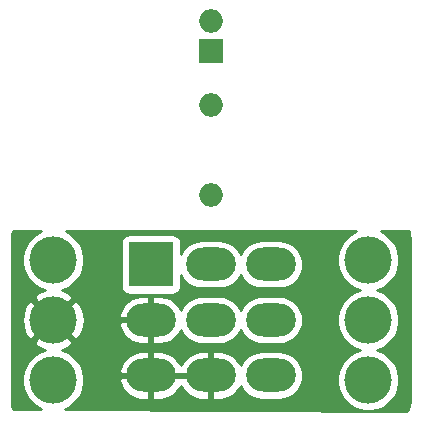
<source format=gbr>
G04 #@! TF.GenerationSoftware,KiCad,Pcbnew,(5.1.5-0-10_14)*
G04 #@! TF.CreationDate,2020-11-20T21:35:50+01:00*
G04 #@! TF.ProjectId,3pdt-90deg,33706474-2d39-4306-9465-672e6b696361,rev?*
G04 #@! TF.SameCoordinates,Original*
G04 #@! TF.FileFunction,Copper,L2,Bot*
G04 #@! TF.FilePolarity,Positive*
%FSLAX46Y46*%
G04 Gerber Fmt 4.6, Leading zero omitted, Abs format (unit mm)*
G04 Created by KiCad (PCBNEW (5.1.5-0-10_14)) date 2020-11-20 21:35:50*
%MOMM*%
%LPD*%
G04 APERTURE LIST*
%ADD10O,4.200000X2.800000*%
%ADD11R,3.816000X3.816000*%
%ADD12R,2.000000X2.000000*%
%ADD13O,2.000000X2.000000*%
%ADD14C,4.000500*%
%ADD15C,0.254000*%
G04 APERTURE END LIST*
D10*
X156210000Y-68200000D03*
X156210000Y-63500000D03*
X156210000Y-58800000D03*
X151130000Y-68200000D03*
X151130000Y-63500000D03*
X151130000Y-58800000D03*
X146050000Y-68200000D03*
X146050000Y-63500000D03*
D11*
X146050000Y-58800000D03*
D12*
X151193500Y-40767000D03*
D13*
X151193500Y-38227000D03*
D14*
X137795000Y-68580000D03*
X164465000Y-68580000D03*
X137795000Y-63500000D03*
X137795000Y-58420000D03*
X164465000Y-63500000D03*
X164465000Y-58420000D03*
D13*
X151130000Y-45339000D03*
X151130000Y-52959000D03*
D15*
G36*
X136546741Y-56084672D02*
G01*
X136115126Y-56373068D01*
X135748068Y-56740126D01*
X135459672Y-57171741D01*
X135261021Y-57651326D01*
X135159750Y-58160451D01*
X135159750Y-58679549D01*
X135261021Y-59188674D01*
X135459672Y-59668259D01*
X135748068Y-60099874D01*
X136115126Y-60466932D01*
X136546741Y-60755328D01*
X137026326Y-60953979D01*
X137075752Y-60963810D01*
X136760386Y-61062483D01*
X136343080Y-61285539D01*
X136126929Y-61652324D01*
X137795000Y-63320395D01*
X139463071Y-61652324D01*
X139246920Y-61285539D01*
X138787002Y-61044833D01*
X138512481Y-60964162D01*
X138563674Y-60953979D01*
X139043259Y-60755328D01*
X139474874Y-60466932D01*
X139841932Y-60099874D01*
X140130328Y-59668259D01*
X140328979Y-59188674D01*
X140430250Y-58679549D01*
X140430250Y-58160451D01*
X140328979Y-57651326D01*
X140130328Y-57171741D01*
X139943411Y-56892000D01*
X143503928Y-56892000D01*
X143503928Y-60708000D01*
X143516188Y-60832482D01*
X143552498Y-60952180D01*
X143611463Y-61062494D01*
X143690815Y-61159185D01*
X143787506Y-61238537D01*
X143897820Y-61297502D01*
X144017518Y-61333812D01*
X144142000Y-61346072D01*
X147958000Y-61346072D01*
X148082482Y-61333812D01*
X148202180Y-61297502D01*
X148312494Y-61238537D01*
X148409185Y-61159185D01*
X148488537Y-61062494D01*
X148547502Y-60952180D01*
X148583812Y-60832482D01*
X148596072Y-60708000D01*
X148596072Y-59685919D01*
X148729773Y-59936056D01*
X148984076Y-60245924D01*
X149293944Y-60500227D01*
X149647471Y-60689191D01*
X150031070Y-60805555D01*
X150330031Y-60835000D01*
X151929969Y-60835000D01*
X152228930Y-60805555D01*
X152612529Y-60689191D01*
X152966056Y-60500227D01*
X153275924Y-60245924D01*
X153530227Y-59936056D01*
X153670000Y-59674559D01*
X153809773Y-59936056D01*
X154064076Y-60245924D01*
X154373944Y-60500227D01*
X154727471Y-60689191D01*
X155111070Y-60805555D01*
X155410031Y-60835000D01*
X157009969Y-60835000D01*
X157308930Y-60805555D01*
X157692529Y-60689191D01*
X158046056Y-60500227D01*
X158355924Y-60245924D01*
X158610227Y-59936056D01*
X158799191Y-59582529D01*
X158915555Y-59198930D01*
X158954846Y-58800000D01*
X158915555Y-58401070D01*
X158799191Y-58017471D01*
X158610227Y-57663944D01*
X158355924Y-57354076D01*
X158046056Y-57099773D01*
X157692529Y-56910809D01*
X157308930Y-56794445D01*
X157009969Y-56765000D01*
X155410031Y-56765000D01*
X155111070Y-56794445D01*
X154727471Y-56910809D01*
X154373944Y-57099773D01*
X154064076Y-57354076D01*
X153809773Y-57663944D01*
X153670000Y-57925441D01*
X153530227Y-57663944D01*
X153275924Y-57354076D01*
X152966056Y-57099773D01*
X152612529Y-56910809D01*
X152228930Y-56794445D01*
X151929969Y-56765000D01*
X150330031Y-56765000D01*
X150031070Y-56794445D01*
X149647471Y-56910809D01*
X149293944Y-57099773D01*
X148984076Y-57354076D01*
X148729773Y-57663944D01*
X148596072Y-57914081D01*
X148596072Y-56892000D01*
X148583812Y-56767518D01*
X148547502Y-56647820D01*
X148488537Y-56537506D01*
X148409185Y-56440815D01*
X148312494Y-56361463D01*
X148202180Y-56302498D01*
X148082482Y-56266188D01*
X147958000Y-56253928D01*
X144142000Y-56253928D01*
X144017518Y-56266188D01*
X143897820Y-56302498D01*
X143787506Y-56361463D01*
X143690815Y-56440815D01*
X143611463Y-56537506D01*
X143552498Y-56647820D01*
X143516188Y-56767518D01*
X143503928Y-56892000D01*
X139943411Y-56892000D01*
X139841932Y-56740126D01*
X139474874Y-56373068D01*
X139043259Y-56084672D01*
X138855743Y-56007000D01*
X163404257Y-56007000D01*
X163216741Y-56084672D01*
X162785126Y-56373068D01*
X162418068Y-56740126D01*
X162129672Y-57171741D01*
X161931021Y-57651326D01*
X161829750Y-58160451D01*
X161829750Y-58679549D01*
X161931021Y-59188674D01*
X162129672Y-59668259D01*
X162418068Y-60099874D01*
X162785126Y-60466932D01*
X163216741Y-60755328D01*
X163696326Y-60953979D01*
X163726596Y-60960000D01*
X163696326Y-60966021D01*
X163216741Y-61164672D01*
X162785126Y-61453068D01*
X162418068Y-61820126D01*
X162129672Y-62251741D01*
X161931021Y-62731326D01*
X161829750Y-63240451D01*
X161829750Y-63759549D01*
X161931021Y-64268674D01*
X162129672Y-64748259D01*
X162418068Y-65179874D01*
X162785126Y-65546932D01*
X163216741Y-65835328D01*
X163696326Y-66033979D01*
X163726596Y-66040000D01*
X163696326Y-66046021D01*
X163216741Y-66244672D01*
X162785126Y-66533068D01*
X162418068Y-66900126D01*
X162129672Y-67331741D01*
X161931021Y-67811326D01*
X161829750Y-68320451D01*
X161829750Y-68839549D01*
X161931021Y-69348674D01*
X162129672Y-69828259D01*
X162418068Y-70259874D01*
X162785126Y-70626932D01*
X163216741Y-70915328D01*
X163696326Y-71113979D01*
X164205451Y-71215250D01*
X164724549Y-71215250D01*
X165233674Y-71113979D01*
X165713259Y-70915328D01*
X166144874Y-70626932D01*
X166511932Y-70259874D01*
X166800328Y-69828259D01*
X166998979Y-69348674D01*
X167100250Y-68839549D01*
X167100250Y-68320451D01*
X166998979Y-67811326D01*
X166800328Y-67331741D01*
X166511932Y-66900126D01*
X166144874Y-66533068D01*
X165713259Y-66244672D01*
X165233674Y-66046021D01*
X165203404Y-66040000D01*
X165233674Y-66033979D01*
X165713259Y-65835328D01*
X166144874Y-65546932D01*
X166511932Y-65179874D01*
X166800328Y-64748259D01*
X166998979Y-64268674D01*
X167100250Y-63759549D01*
X167100250Y-63240451D01*
X166998979Y-62731326D01*
X166800328Y-62251741D01*
X166511932Y-61820126D01*
X166144874Y-61453068D01*
X165713259Y-61164672D01*
X165233674Y-60966021D01*
X165203404Y-60960000D01*
X165233674Y-60953979D01*
X165713259Y-60755328D01*
X166144874Y-60466932D01*
X166511932Y-60099874D01*
X166800328Y-59668259D01*
X166998979Y-59188674D01*
X167100250Y-58679549D01*
X167100250Y-58160451D01*
X166998979Y-57651326D01*
X166800328Y-57171741D01*
X166511932Y-56740126D01*
X166144874Y-56373068D01*
X165713259Y-56084672D01*
X165525743Y-56007000D01*
X167874756Y-56007000D01*
X167954502Y-56264614D01*
X167996001Y-56659452D01*
X167996000Y-70325721D01*
X167957091Y-70722545D01*
X167851220Y-71073206D01*
X167761320Y-71242285D01*
X138768582Y-71029103D01*
X139043259Y-70915328D01*
X139474874Y-70626932D01*
X139841932Y-70259874D01*
X140130328Y-69828259D01*
X140328979Y-69348674D01*
X140430250Y-68839549D01*
X140430250Y-68643160D01*
X143363840Y-68643160D01*
X143421304Y-68861427D01*
X143587401Y-69224988D01*
X143821234Y-69549159D01*
X144113817Y-69821483D01*
X144453906Y-70031494D01*
X144828431Y-70171122D01*
X145223000Y-70235000D01*
X145923000Y-70235000D01*
X145923000Y-68327000D01*
X146177000Y-68327000D01*
X146177000Y-70235000D01*
X146877000Y-70235000D01*
X147271569Y-70171122D01*
X147646094Y-70031494D01*
X147986183Y-69821483D01*
X148278766Y-69549159D01*
X148512599Y-69224988D01*
X148590000Y-69055569D01*
X148667401Y-69224988D01*
X148901234Y-69549159D01*
X149193817Y-69821483D01*
X149533906Y-70031494D01*
X149908431Y-70171122D01*
X150303000Y-70235000D01*
X151003000Y-70235000D01*
X151003000Y-68327000D01*
X146177000Y-68327000D01*
X145923000Y-68327000D01*
X143478053Y-68327000D01*
X143363840Y-68643160D01*
X140430250Y-68643160D01*
X140430250Y-68320451D01*
X140328979Y-67811326D01*
X140306411Y-67756840D01*
X143363840Y-67756840D01*
X143478053Y-68073000D01*
X145923000Y-68073000D01*
X145923000Y-66165000D01*
X146177000Y-66165000D01*
X146177000Y-68073000D01*
X151003000Y-68073000D01*
X151003000Y-66165000D01*
X151257000Y-66165000D01*
X151257000Y-68073000D01*
X151277000Y-68073000D01*
X151277000Y-68327000D01*
X151257000Y-68327000D01*
X151257000Y-70235000D01*
X151957000Y-70235000D01*
X152351569Y-70171122D01*
X152726094Y-70031494D01*
X153066183Y-69821483D01*
X153358766Y-69549159D01*
X153592599Y-69224988D01*
X153665322Y-69065808D01*
X153809773Y-69336056D01*
X154064076Y-69645924D01*
X154373944Y-69900227D01*
X154727471Y-70089191D01*
X155111070Y-70205555D01*
X155410031Y-70235000D01*
X157009969Y-70235000D01*
X157308930Y-70205555D01*
X157692529Y-70089191D01*
X158046056Y-69900227D01*
X158355924Y-69645924D01*
X158610227Y-69336056D01*
X158799191Y-68982529D01*
X158915555Y-68598930D01*
X158954846Y-68200000D01*
X158915555Y-67801070D01*
X158799191Y-67417471D01*
X158610227Y-67063944D01*
X158355924Y-66754076D01*
X158046056Y-66499773D01*
X157692529Y-66310809D01*
X157308930Y-66194445D01*
X157009969Y-66165000D01*
X155410031Y-66165000D01*
X155111070Y-66194445D01*
X154727471Y-66310809D01*
X154373944Y-66499773D01*
X154064076Y-66754076D01*
X153809773Y-67063944D01*
X153665322Y-67334192D01*
X153592599Y-67175012D01*
X153358766Y-66850841D01*
X153066183Y-66578517D01*
X152726094Y-66368506D01*
X152351569Y-66228878D01*
X151957000Y-66165000D01*
X151257000Y-66165000D01*
X151003000Y-66165000D01*
X150303000Y-66165000D01*
X149908431Y-66228878D01*
X149533906Y-66368506D01*
X149193817Y-66578517D01*
X148901234Y-66850841D01*
X148667401Y-67175012D01*
X148590000Y-67344431D01*
X148512599Y-67175012D01*
X148278766Y-66850841D01*
X147986183Y-66578517D01*
X147646094Y-66368506D01*
X147271569Y-66228878D01*
X146877000Y-66165000D01*
X146177000Y-66165000D01*
X145923000Y-66165000D01*
X145223000Y-66165000D01*
X144828431Y-66228878D01*
X144453906Y-66368506D01*
X144113817Y-66578517D01*
X143821234Y-66850841D01*
X143587401Y-67175012D01*
X143421304Y-67538573D01*
X143363840Y-67756840D01*
X140306411Y-67756840D01*
X140130328Y-67331741D01*
X139841932Y-66900126D01*
X139474874Y-66533068D01*
X139043259Y-66244672D01*
X138563674Y-66046021D01*
X138514248Y-66036190D01*
X138829614Y-65937517D01*
X139246920Y-65714461D01*
X139463071Y-65347676D01*
X137795000Y-63679605D01*
X136126929Y-65347676D01*
X136343080Y-65714461D01*
X136802998Y-65955167D01*
X137077519Y-66035838D01*
X137026326Y-66046021D01*
X136546741Y-66244672D01*
X136115126Y-66533068D01*
X135748068Y-66900126D01*
X135459672Y-67331741D01*
X135261021Y-67811326D01*
X135159750Y-68320451D01*
X135159750Y-68839549D01*
X135261021Y-69348674D01*
X135459672Y-69828259D01*
X135748068Y-70259874D01*
X136115126Y-70626932D01*
X136546741Y-70915328D01*
X136786229Y-71014527D01*
X134386445Y-70996882D01*
X134305498Y-70735385D01*
X134264000Y-70340557D01*
X134264000Y-63523062D01*
X135147099Y-63523062D01*
X135202476Y-64039199D01*
X135357483Y-64534614D01*
X135580539Y-64951920D01*
X135947324Y-65168071D01*
X137615395Y-63500000D01*
X137974605Y-63500000D01*
X139642676Y-65168071D01*
X140009461Y-64951920D01*
X140250167Y-64492002D01*
X140396522Y-63993961D01*
X140401079Y-63943160D01*
X143363840Y-63943160D01*
X143421304Y-64161427D01*
X143587401Y-64524988D01*
X143821234Y-64849159D01*
X144113817Y-65121483D01*
X144453906Y-65331494D01*
X144828431Y-65471122D01*
X145223000Y-65535000D01*
X145923000Y-65535000D01*
X145923000Y-63627000D01*
X143478053Y-63627000D01*
X143363840Y-63943160D01*
X140401079Y-63943160D01*
X140442901Y-63476938D01*
X140397829Y-63056840D01*
X143363840Y-63056840D01*
X143478053Y-63373000D01*
X145923000Y-63373000D01*
X145923000Y-61465000D01*
X146177000Y-61465000D01*
X146177000Y-63373000D01*
X146197000Y-63373000D01*
X146197000Y-63627000D01*
X146177000Y-63627000D01*
X146177000Y-65535000D01*
X146877000Y-65535000D01*
X147271569Y-65471122D01*
X147646094Y-65331494D01*
X147986183Y-65121483D01*
X148278766Y-64849159D01*
X148512599Y-64524988D01*
X148585322Y-64365808D01*
X148729773Y-64636056D01*
X148984076Y-64945924D01*
X149293944Y-65200227D01*
X149647471Y-65389191D01*
X150031070Y-65505555D01*
X150330031Y-65535000D01*
X151929969Y-65535000D01*
X152228930Y-65505555D01*
X152612529Y-65389191D01*
X152966056Y-65200227D01*
X153275924Y-64945924D01*
X153530227Y-64636056D01*
X153670000Y-64374559D01*
X153809773Y-64636056D01*
X154064076Y-64945924D01*
X154373944Y-65200227D01*
X154727471Y-65389191D01*
X155111070Y-65505555D01*
X155410031Y-65535000D01*
X157009969Y-65535000D01*
X157308930Y-65505555D01*
X157692529Y-65389191D01*
X158046056Y-65200227D01*
X158355924Y-64945924D01*
X158610227Y-64636056D01*
X158799191Y-64282529D01*
X158915555Y-63898930D01*
X158954846Y-63500000D01*
X158915555Y-63101070D01*
X158799191Y-62717471D01*
X158610227Y-62363944D01*
X158355924Y-62054076D01*
X158046056Y-61799773D01*
X157692529Y-61610809D01*
X157308930Y-61494445D01*
X157009969Y-61465000D01*
X155410031Y-61465000D01*
X155111070Y-61494445D01*
X154727471Y-61610809D01*
X154373944Y-61799773D01*
X154064076Y-62054076D01*
X153809773Y-62363944D01*
X153670000Y-62625441D01*
X153530227Y-62363944D01*
X153275924Y-62054076D01*
X152966056Y-61799773D01*
X152612529Y-61610809D01*
X152228930Y-61494445D01*
X151929969Y-61465000D01*
X150330031Y-61465000D01*
X150031070Y-61494445D01*
X149647471Y-61610809D01*
X149293944Y-61799773D01*
X148984076Y-62054076D01*
X148729773Y-62363944D01*
X148585322Y-62634192D01*
X148512599Y-62475012D01*
X148278766Y-62150841D01*
X147986183Y-61878517D01*
X147646094Y-61668506D01*
X147271569Y-61528878D01*
X146877000Y-61465000D01*
X146177000Y-61465000D01*
X145923000Y-61465000D01*
X145223000Y-61465000D01*
X144828431Y-61528878D01*
X144453906Y-61668506D01*
X144113817Y-61878517D01*
X143821234Y-62150841D01*
X143587401Y-62475012D01*
X143421304Y-62838573D01*
X143363840Y-63056840D01*
X140397829Y-63056840D01*
X140387524Y-62960801D01*
X140232517Y-62465386D01*
X140009461Y-62048080D01*
X139642676Y-61831929D01*
X137974605Y-63500000D01*
X137615395Y-63500000D01*
X135947324Y-61831929D01*
X135580539Y-62048080D01*
X135339833Y-62507998D01*
X135193478Y-63006039D01*
X135147099Y-63523062D01*
X134264000Y-63523062D01*
X134264000Y-56674279D01*
X134302909Y-56277455D01*
X134384564Y-56007000D01*
X136734257Y-56007000D01*
X136546741Y-56084672D01*
G37*
X136546741Y-56084672D02*
X136115126Y-56373068D01*
X135748068Y-56740126D01*
X135459672Y-57171741D01*
X135261021Y-57651326D01*
X135159750Y-58160451D01*
X135159750Y-58679549D01*
X135261021Y-59188674D01*
X135459672Y-59668259D01*
X135748068Y-60099874D01*
X136115126Y-60466932D01*
X136546741Y-60755328D01*
X137026326Y-60953979D01*
X137075752Y-60963810D01*
X136760386Y-61062483D01*
X136343080Y-61285539D01*
X136126929Y-61652324D01*
X137795000Y-63320395D01*
X139463071Y-61652324D01*
X139246920Y-61285539D01*
X138787002Y-61044833D01*
X138512481Y-60964162D01*
X138563674Y-60953979D01*
X139043259Y-60755328D01*
X139474874Y-60466932D01*
X139841932Y-60099874D01*
X140130328Y-59668259D01*
X140328979Y-59188674D01*
X140430250Y-58679549D01*
X140430250Y-58160451D01*
X140328979Y-57651326D01*
X140130328Y-57171741D01*
X139943411Y-56892000D01*
X143503928Y-56892000D01*
X143503928Y-60708000D01*
X143516188Y-60832482D01*
X143552498Y-60952180D01*
X143611463Y-61062494D01*
X143690815Y-61159185D01*
X143787506Y-61238537D01*
X143897820Y-61297502D01*
X144017518Y-61333812D01*
X144142000Y-61346072D01*
X147958000Y-61346072D01*
X148082482Y-61333812D01*
X148202180Y-61297502D01*
X148312494Y-61238537D01*
X148409185Y-61159185D01*
X148488537Y-61062494D01*
X148547502Y-60952180D01*
X148583812Y-60832482D01*
X148596072Y-60708000D01*
X148596072Y-59685919D01*
X148729773Y-59936056D01*
X148984076Y-60245924D01*
X149293944Y-60500227D01*
X149647471Y-60689191D01*
X150031070Y-60805555D01*
X150330031Y-60835000D01*
X151929969Y-60835000D01*
X152228930Y-60805555D01*
X152612529Y-60689191D01*
X152966056Y-60500227D01*
X153275924Y-60245924D01*
X153530227Y-59936056D01*
X153670000Y-59674559D01*
X153809773Y-59936056D01*
X154064076Y-60245924D01*
X154373944Y-60500227D01*
X154727471Y-60689191D01*
X155111070Y-60805555D01*
X155410031Y-60835000D01*
X157009969Y-60835000D01*
X157308930Y-60805555D01*
X157692529Y-60689191D01*
X158046056Y-60500227D01*
X158355924Y-60245924D01*
X158610227Y-59936056D01*
X158799191Y-59582529D01*
X158915555Y-59198930D01*
X158954846Y-58800000D01*
X158915555Y-58401070D01*
X158799191Y-58017471D01*
X158610227Y-57663944D01*
X158355924Y-57354076D01*
X158046056Y-57099773D01*
X157692529Y-56910809D01*
X157308930Y-56794445D01*
X157009969Y-56765000D01*
X155410031Y-56765000D01*
X155111070Y-56794445D01*
X154727471Y-56910809D01*
X154373944Y-57099773D01*
X154064076Y-57354076D01*
X153809773Y-57663944D01*
X153670000Y-57925441D01*
X153530227Y-57663944D01*
X153275924Y-57354076D01*
X152966056Y-57099773D01*
X152612529Y-56910809D01*
X152228930Y-56794445D01*
X151929969Y-56765000D01*
X150330031Y-56765000D01*
X150031070Y-56794445D01*
X149647471Y-56910809D01*
X149293944Y-57099773D01*
X148984076Y-57354076D01*
X148729773Y-57663944D01*
X148596072Y-57914081D01*
X148596072Y-56892000D01*
X148583812Y-56767518D01*
X148547502Y-56647820D01*
X148488537Y-56537506D01*
X148409185Y-56440815D01*
X148312494Y-56361463D01*
X148202180Y-56302498D01*
X148082482Y-56266188D01*
X147958000Y-56253928D01*
X144142000Y-56253928D01*
X144017518Y-56266188D01*
X143897820Y-56302498D01*
X143787506Y-56361463D01*
X143690815Y-56440815D01*
X143611463Y-56537506D01*
X143552498Y-56647820D01*
X143516188Y-56767518D01*
X143503928Y-56892000D01*
X139943411Y-56892000D01*
X139841932Y-56740126D01*
X139474874Y-56373068D01*
X139043259Y-56084672D01*
X138855743Y-56007000D01*
X163404257Y-56007000D01*
X163216741Y-56084672D01*
X162785126Y-56373068D01*
X162418068Y-56740126D01*
X162129672Y-57171741D01*
X161931021Y-57651326D01*
X161829750Y-58160451D01*
X161829750Y-58679549D01*
X161931021Y-59188674D01*
X162129672Y-59668259D01*
X162418068Y-60099874D01*
X162785126Y-60466932D01*
X163216741Y-60755328D01*
X163696326Y-60953979D01*
X163726596Y-60960000D01*
X163696326Y-60966021D01*
X163216741Y-61164672D01*
X162785126Y-61453068D01*
X162418068Y-61820126D01*
X162129672Y-62251741D01*
X161931021Y-62731326D01*
X161829750Y-63240451D01*
X161829750Y-63759549D01*
X161931021Y-64268674D01*
X162129672Y-64748259D01*
X162418068Y-65179874D01*
X162785126Y-65546932D01*
X163216741Y-65835328D01*
X163696326Y-66033979D01*
X163726596Y-66040000D01*
X163696326Y-66046021D01*
X163216741Y-66244672D01*
X162785126Y-66533068D01*
X162418068Y-66900126D01*
X162129672Y-67331741D01*
X161931021Y-67811326D01*
X161829750Y-68320451D01*
X161829750Y-68839549D01*
X161931021Y-69348674D01*
X162129672Y-69828259D01*
X162418068Y-70259874D01*
X162785126Y-70626932D01*
X163216741Y-70915328D01*
X163696326Y-71113979D01*
X164205451Y-71215250D01*
X164724549Y-71215250D01*
X165233674Y-71113979D01*
X165713259Y-70915328D01*
X166144874Y-70626932D01*
X166511932Y-70259874D01*
X166800328Y-69828259D01*
X166998979Y-69348674D01*
X167100250Y-68839549D01*
X167100250Y-68320451D01*
X166998979Y-67811326D01*
X166800328Y-67331741D01*
X166511932Y-66900126D01*
X166144874Y-66533068D01*
X165713259Y-66244672D01*
X165233674Y-66046021D01*
X165203404Y-66040000D01*
X165233674Y-66033979D01*
X165713259Y-65835328D01*
X166144874Y-65546932D01*
X166511932Y-65179874D01*
X166800328Y-64748259D01*
X166998979Y-64268674D01*
X167100250Y-63759549D01*
X167100250Y-63240451D01*
X166998979Y-62731326D01*
X166800328Y-62251741D01*
X166511932Y-61820126D01*
X166144874Y-61453068D01*
X165713259Y-61164672D01*
X165233674Y-60966021D01*
X165203404Y-60960000D01*
X165233674Y-60953979D01*
X165713259Y-60755328D01*
X166144874Y-60466932D01*
X166511932Y-60099874D01*
X166800328Y-59668259D01*
X166998979Y-59188674D01*
X167100250Y-58679549D01*
X167100250Y-58160451D01*
X166998979Y-57651326D01*
X166800328Y-57171741D01*
X166511932Y-56740126D01*
X166144874Y-56373068D01*
X165713259Y-56084672D01*
X165525743Y-56007000D01*
X167874756Y-56007000D01*
X167954502Y-56264614D01*
X167996001Y-56659452D01*
X167996000Y-70325721D01*
X167957091Y-70722545D01*
X167851220Y-71073206D01*
X167761320Y-71242285D01*
X138768582Y-71029103D01*
X139043259Y-70915328D01*
X139474874Y-70626932D01*
X139841932Y-70259874D01*
X140130328Y-69828259D01*
X140328979Y-69348674D01*
X140430250Y-68839549D01*
X140430250Y-68643160D01*
X143363840Y-68643160D01*
X143421304Y-68861427D01*
X143587401Y-69224988D01*
X143821234Y-69549159D01*
X144113817Y-69821483D01*
X144453906Y-70031494D01*
X144828431Y-70171122D01*
X145223000Y-70235000D01*
X145923000Y-70235000D01*
X145923000Y-68327000D01*
X146177000Y-68327000D01*
X146177000Y-70235000D01*
X146877000Y-70235000D01*
X147271569Y-70171122D01*
X147646094Y-70031494D01*
X147986183Y-69821483D01*
X148278766Y-69549159D01*
X148512599Y-69224988D01*
X148590000Y-69055569D01*
X148667401Y-69224988D01*
X148901234Y-69549159D01*
X149193817Y-69821483D01*
X149533906Y-70031494D01*
X149908431Y-70171122D01*
X150303000Y-70235000D01*
X151003000Y-70235000D01*
X151003000Y-68327000D01*
X146177000Y-68327000D01*
X145923000Y-68327000D01*
X143478053Y-68327000D01*
X143363840Y-68643160D01*
X140430250Y-68643160D01*
X140430250Y-68320451D01*
X140328979Y-67811326D01*
X140306411Y-67756840D01*
X143363840Y-67756840D01*
X143478053Y-68073000D01*
X145923000Y-68073000D01*
X145923000Y-66165000D01*
X146177000Y-66165000D01*
X146177000Y-68073000D01*
X151003000Y-68073000D01*
X151003000Y-66165000D01*
X151257000Y-66165000D01*
X151257000Y-68073000D01*
X151277000Y-68073000D01*
X151277000Y-68327000D01*
X151257000Y-68327000D01*
X151257000Y-70235000D01*
X151957000Y-70235000D01*
X152351569Y-70171122D01*
X152726094Y-70031494D01*
X153066183Y-69821483D01*
X153358766Y-69549159D01*
X153592599Y-69224988D01*
X153665322Y-69065808D01*
X153809773Y-69336056D01*
X154064076Y-69645924D01*
X154373944Y-69900227D01*
X154727471Y-70089191D01*
X155111070Y-70205555D01*
X155410031Y-70235000D01*
X157009969Y-70235000D01*
X157308930Y-70205555D01*
X157692529Y-70089191D01*
X158046056Y-69900227D01*
X158355924Y-69645924D01*
X158610227Y-69336056D01*
X158799191Y-68982529D01*
X158915555Y-68598930D01*
X158954846Y-68200000D01*
X158915555Y-67801070D01*
X158799191Y-67417471D01*
X158610227Y-67063944D01*
X158355924Y-66754076D01*
X158046056Y-66499773D01*
X157692529Y-66310809D01*
X157308930Y-66194445D01*
X157009969Y-66165000D01*
X155410031Y-66165000D01*
X155111070Y-66194445D01*
X154727471Y-66310809D01*
X154373944Y-66499773D01*
X154064076Y-66754076D01*
X153809773Y-67063944D01*
X153665322Y-67334192D01*
X153592599Y-67175012D01*
X153358766Y-66850841D01*
X153066183Y-66578517D01*
X152726094Y-66368506D01*
X152351569Y-66228878D01*
X151957000Y-66165000D01*
X151257000Y-66165000D01*
X151003000Y-66165000D01*
X150303000Y-66165000D01*
X149908431Y-66228878D01*
X149533906Y-66368506D01*
X149193817Y-66578517D01*
X148901234Y-66850841D01*
X148667401Y-67175012D01*
X148590000Y-67344431D01*
X148512599Y-67175012D01*
X148278766Y-66850841D01*
X147986183Y-66578517D01*
X147646094Y-66368506D01*
X147271569Y-66228878D01*
X146877000Y-66165000D01*
X146177000Y-66165000D01*
X145923000Y-66165000D01*
X145223000Y-66165000D01*
X144828431Y-66228878D01*
X144453906Y-66368506D01*
X144113817Y-66578517D01*
X143821234Y-66850841D01*
X143587401Y-67175012D01*
X143421304Y-67538573D01*
X143363840Y-67756840D01*
X140306411Y-67756840D01*
X140130328Y-67331741D01*
X139841932Y-66900126D01*
X139474874Y-66533068D01*
X139043259Y-66244672D01*
X138563674Y-66046021D01*
X138514248Y-66036190D01*
X138829614Y-65937517D01*
X139246920Y-65714461D01*
X139463071Y-65347676D01*
X137795000Y-63679605D01*
X136126929Y-65347676D01*
X136343080Y-65714461D01*
X136802998Y-65955167D01*
X137077519Y-66035838D01*
X137026326Y-66046021D01*
X136546741Y-66244672D01*
X136115126Y-66533068D01*
X135748068Y-66900126D01*
X135459672Y-67331741D01*
X135261021Y-67811326D01*
X135159750Y-68320451D01*
X135159750Y-68839549D01*
X135261021Y-69348674D01*
X135459672Y-69828259D01*
X135748068Y-70259874D01*
X136115126Y-70626932D01*
X136546741Y-70915328D01*
X136786229Y-71014527D01*
X134386445Y-70996882D01*
X134305498Y-70735385D01*
X134264000Y-70340557D01*
X134264000Y-63523062D01*
X135147099Y-63523062D01*
X135202476Y-64039199D01*
X135357483Y-64534614D01*
X135580539Y-64951920D01*
X135947324Y-65168071D01*
X137615395Y-63500000D01*
X137974605Y-63500000D01*
X139642676Y-65168071D01*
X140009461Y-64951920D01*
X140250167Y-64492002D01*
X140396522Y-63993961D01*
X140401079Y-63943160D01*
X143363840Y-63943160D01*
X143421304Y-64161427D01*
X143587401Y-64524988D01*
X143821234Y-64849159D01*
X144113817Y-65121483D01*
X144453906Y-65331494D01*
X144828431Y-65471122D01*
X145223000Y-65535000D01*
X145923000Y-65535000D01*
X145923000Y-63627000D01*
X143478053Y-63627000D01*
X143363840Y-63943160D01*
X140401079Y-63943160D01*
X140442901Y-63476938D01*
X140397829Y-63056840D01*
X143363840Y-63056840D01*
X143478053Y-63373000D01*
X145923000Y-63373000D01*
X145923000Y-61465000D01*
X146177000Y-61465000D01*
X146177000Y-63373000D01*
X146197000Y-63373000D01*
X146197000Y-63627000D01*
X146177000Y-63627000D01*
X146177000Y-65535000D01*
X146877000Y-65535000D01*
X147271569Y-65471122D01*
X147646094Y-65331494D01*
X147986183Y-65121483D01*
X148278766Y-64849159D01*
X148512599Y-64524988D01*
X148585322Y-64365808D01*
X148729773Y-64636056D01*
X148984076Y-64945924D01*
X149293944Y-65200227D01*
X149647471Y-65389191D01*
X150031070Y-65505555D01*
X150330031Y-65535000D01*
X151929969Y-65535000D01*
X152228930Y-65505555D01*
X152612529Y-65389191D01*
X152966056Y-65200227D01*
X153275924Y-64945924D01*
X153530227Y-64636056D01*
X153670000Y-64374559D01*
X153809773Y-64636056D01*
X154064076Y-64945924D01*
X154373944Y-65200227D01*
X154727471Y-65389191D01*
X155111070Y-65505555D01*
X155410031Y-65535000D01*
X157009969Y-65535000D01*
X157308930Y-65505555D01*
X157692529Y-65389191D01*
X158046056Y-65200227D01*
X158355924Y-64945924D01*
X158610227Y-64636056D01*
X158799191Y-64282529D01*
X158915555Y-63898930D01*
X158954846Y-63500000D01*
X158915555Y-63101070D01*
X158799191Y-62717471D01*
X158610227Y-62363944D01*
X158355924Y-62054076D01*
X158046056Y-61799773D01*
X157692529Y-61610809D01*
X157308930Y-61494445D01*
X157009969Y-61465000D01*
X155410031Y-61465000D01*
X155111070Y-61494445D01*
X154727471Y-61610809D01*
X154373944Y-61799773D01*
X154064076Y-62054076D01*
X153809773Y-62363944D01*
X153670000Y-62625441D01*
X153530227Y-62363944D01*
X153275924Y-62054076D01*
X152966056Y-61799773D01*
X152612529Y-61610809D01*
X152228930Y-61494445D01*
X151929969Y-61465000D01*
X150330031Y-61465000D01*
X150031070Y-61494445D01*
X149647471Y-61610809D01*
X149293944Y-61799773D01*
X148984076Y-62054076D01*
X148729773Y-62363944D01*
X148585322Y-62634192D01*
X148512599Y-62475012D01*
X148278766Y-62150841D01*
X147986183Y-61878517D01*
X147646094Y-61668506D01*
X147271569Y-61528878D01*
X146877000Y-61465000D01*
X146177000Y-61465000D01*
X145923000Y-61465000D01*
X145223000Y-61465000D01*
X144828431Y-61528878D01*
X144453906Y-61668506D01*
X144113817Y-61878517D01*
X143821234Y-62150841D01*
X143587401Y-62475012D01*
X143421304Y-62838573D01*
X143363840Y-63056840D01*
X140397829Y-63056840D01*
X140387524Y-62960801D01*
X140232517Y-62465386D01*
X140009461Y-62048080D01*
X139642676Y-61831929D01*
X137974605Y-63500000D01*
X137615395Y-63500000D01*
X135947324Y-61831929D01*
X135580539Y-62048080D01*
X135339833Y-62507998D01*
X135193478Y-63006039D01*
X135147099Y-63523062D01*
X134264000Y-63523062D01*
X134264000Y-56674279D01*
X134302909Y-56277455D01*
X134384564Y-56007000D01*
X136734257Y-56007000D01*
X136546741Y-56084672D01*
M02*

</source>
